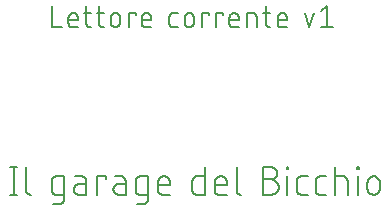
<source format=gbr>
G04 EAGLE Gerber RS-274X export*
G75*
%MOMM*%
%FSLAX34Y34*%
%LPD*%
%INSilkscreen Bottom*%
%IPPOS*%
%AMOC8*
5,1,8,0,0,1.08239X$1,22.5*%
G01*
%ADD10C,0.203200*%
%ADD11C,0.152400*%


D10*
X478592Y87884D02*
X478592Y64516D01*
X475996Y64516D02*
X481189Y64516D01*
X481189Y87884D02*
X475996Y87884D01*
X489217Y87884D02*
X489217Y68411D01*
X489216Y68411D02*
X489218Y68289D01*
X489224Y68166D01*
X489233Y68044D01*
X489247Y67923D01*
X489264Y67802D01*
X489285Y67681D01*
X489310Y67561D01*
X489338Y67442D01*
X489371Y67324D01*
X489407Y67207D01*
X489446Y67092D01*
X489490Y66977D01*
X489536Y66864D01*
X489587Y66753D01*
X489641Y66643D01*
X489698Y66535D01*
X489758Y66428D01*
X489822Y66324D01*
X489890Y66222D01*
X489960Y66122D01*
X490033Y66024D01*
X490110Y65928D01*
X490189Y65835D01*
X490272Y65745D01*
X490357Y65657D01*
X490445Y65572D01*
X490535Y65489D01*
X490628Y65410D01*
X490724Y65333D01*
X490822Y65260D01*
X490922Y65190D01*
X491024Y65122D01*
X491128Y65058D01*
X491235Y64998D01*
X491343Y64941D01*
X491453Y64887D01*
X491564Y64836D01*
X491677Y64790D01*
X491792Y64746D01*
X491907Y64707D01*
X492024Y64671D01*
X492142Y64638D01*
X492261Y64610D01*
X492381Y64585D01*
X492502Y64564D01*
X492623Y64547D01*
X492744Y64533D01*
X492866Y64524D01*
X492989Y64518D01*
X493111Y64516D01*
X514825Y64516D02*
X521316Y64516D01*
X514825Y64516D02*
X514703Y64518D01*
X514580Y64524D01*
X514458Y64533D01*
X514337Y64547D01*
X514216Y64564D01*
X514095Y64585D01*
X513975Y64610D01*
X513856Y64638D01*
X513738Y64671D01*
X513621Y64707D01*
X513506Y64746D01*
X513391Y64790D01*
X513278Y64836D01*
X513167Y64887D01*
X513057Y64941D01*
X512949Y64998D01*
X512842Y65058D01*
X512738Y65122D01*
X512636Y65190D01*
X512536Y65260D01*
X512438Y65333D01*
X512342Y65410D01*
X512249Y65489D01*
X512159Y65572D01*
X512071Y65657D01*
X511986Y65745D01*
X511903Y65835D01*
X511824Y65928D01*
X511747Y66024D01*
X511674Y66122D01*
X511604Y66222D01*
X511536Y66324D01*
X511472Y66428D01*
X511412Y66535D01*
X511355Y66643D01*
X511301Y66753D01*
X511250Y66864D01*
X511204Y66977D01*
X511160Y67092D01*
X511121Y67207D01*
X511085Y67324D01*
X511052Y67442D01*
X511024Y67561D01*
X510999Y67681D01*
X510978Y67802D01*
X510961Y67923D01*
X510947Y68044D01*
X510938Y68166D01*
X510932Y68289D01*
X510930Y68411D01*
X510930Y76200D01*
X510932Y76322D01*
X510938Y76445D01*
X510947Y76567D01*
X510961Y76688D01*
X510978Y76809D01*
X510999Y76930D01*
X511024Y77050D01*
X511052Y77169D01*
X511085Y77287D01*
X511121Y77404D01*
X511160Y77519D01*
X511204Y77634D01*
X511250Y77747D01*
X511301Y77858D01*
X511355Y77968D01*
X511412Y78076D01*
X511472Y78183D01*
X511536Y78287D01*
X511604Y78389D01*
X511674Y78489D01*
X511747Y78587D01*
X511824Y78683D01*
X511903Y78776D01*
X511986Y78866D01*
X512071Y78954D01*
X512159Y79039D01*
X512249Y79122D01*
X512342Y79201D01*
X512438Y79278D01*
X512536Y79351D01*
X512636Y79421D01*
X512738Y79489D01*
X512842Y79553D01*
X512949Y79613D01*
X513057Y79670D01*
X513167Y79724D01*
X513278Y79775D01*
X513391Y79821D01*
X513506Y79865D01*
X513621Y79904D01*
X513738Y79940D01*
X513856Y79973D01*
X513975Y80001D01*
X514095Y80026D01*
X514216Y80047D01*
X514337Y80064D01*
X514458Y80078D01*
X514580Y80087D01*
X514703Y80093D01*
X514825Y80095D01*
X521316Y80095D01*
X521316Y60621D01*
X521314Y60499D01*
X521308Y60376D01*
X521299Y60254D01*
X521285Y60133D01*
X521268Y60012D01*
X521247Y59891D01*
X521222Y59771D01*
X521194Y59652D01*
X521161Y59534D01*
X521125Y59417D01*
X521086Y59302D01*
X521042Y59187D01*
X520996Y59074D01*
X520945Y58963D01*
X520891Y58853D01*
X520834Y58745D01*
X520774Y58638D01*
X520710Y58534D01*
X520642Y58432D01*
X520572Y58332D01*
X520499Y58234D01*
X520422Y58138D01*
X520343Y58045D01*
X520260Y57955D01*
X520175Y57867D01*
X520087Y57782D01*
X519997Y57699D01*
X519904Y57620D01*
X519808Y57543D01*
X519710Y57470D01*
X519610Y57400D01*
X519508Y57332D01*
X519404Y57268D01*
X519297Y57208D01*
X519189Y57151D01*
X519079Y57097D01*
X518968Y57046D01*
X518855Y57000D01*
X518740Y56956D01*
X518625Y56917D01*
X518508Y56881D01*
X518390Y56848D01*
X518271Y56820D01*
X518151Y56795D01*
X518030Y56774D01*
X517909Y56757D01*
X517788Y56743D01*
X517666Y56734D01*
X517543Y56728D01*
X517421Y56726D01*
X517421Y56727D02*
X512229Y56727D01*
X534265Y73604D02*
X540107Y73604D01*
X534265Y73604D02*
X534132Y73602D01*
X533998Y73596D01*
X533865Y73586D01*
X533733Y73573D01*
X533600Y73555D01*
X533469Y73534D01*
X533338Y73508D01*
X533207Y73479D01*
X533078Y73446D01*
X532950Y73410D01*
X532823Y73369D01*
X532697Y73325D01*
X532572Y73277D01*
X532449Y73225D01*
X532328Y73170D01*
X532208Y73112D01*
X532090Y73050D01*
X531974Y72984D01*
X531860Y72915D01*
X531747Y72843D01*
X531637Y72767D01*
X531530Y72689D01*
X531424Y72607D01*
X531322Y72522D01*
X531221Y72434D01*
X531123Y72343D01*
X531028Y72249D01*
X530936Y72153D01*
X530847Y72054D01*
X530760Y71952D01*
X530677Y71848D01*
X530597Y71742D01*
X530520Y71633D01*
X530446Y71522D01*
X530375Y71409D01*
X530308Y71293D01*
X530244Y71176D01*
X530183Y71057D01*
X530127Y70937D01*
X530073Y70814D01*
X530024Y70690D01*
X529978Y70565D01*
X529935Y70439D01*
X529897Y70311D01*
X529862Y70182D01*
X529831Y70053D01*
X529803Y69922D01*
X529780Y69791D01*
X529761Y69659D01*
X529745Y69526D01*
X529733Y69393D01*
X529725Y69260D01*
X529721Y69127D01*
X529721Y68993D01*
X529725Y68860D01*
X529733Y68727D01*
X529745Y68594D01*
X529761Y68461D01*
X529780Y68329D01*
X529803Y68198D01*
X529831Y68067D01*
X529862Y67938D01*
X529897Y67809D01*
X529935Y67681D01*
X529978Y67555D01*
X530024Y67430D01*
X530073Y67306D01*
X530127Y67183D01*
X530183Y67063D01*
X530244Y66944D01*
X530308Y66827D01*
X530375Y66711D01*
X530446Y66598D01*
X530520Y66487D01*
X530597Y66378D01*
X530677Y66272D01*
X530760Y66168D01*
X530847Y66066D01*
X530936Y65967D01*
X531028Y65871D01*
X531123Y65777D01*
X531221Y65686D01*
X531322Y65598D01*
X531424Y65513D01*
X531530Y65431D01*
X531637Y65353D01*
X531747Y65277D01*
X531860Y65205D01*
X531974Y65136D01*
X532090Y65070D01*
X532208Y65008D01*
X532328Y64950D01*
X532449Y64895D01*
X532572Y64843D01*
X532697Y64795D01*
X532823Y64751D01*
X532950Y64710D01*
X533078Y64674D01*
X533207Y64641D01*
X533338Y64612D01*
X533469Y64586D01*
X533600Y64565D01*
X533733Y64547D01*
X533865Y64534D01*
X533998Y64524D01*
X534132Y64518D01*
X534265Y64516D01*
X540107Y64516D01*
X540107Y76200D01*
X540105Y76322D01*
X540099Y76445D01*
X540090Y76567D01*
X540076Y76688D01*
X540059Y76809D01*
X540038Y76930D01*
X540013Y77050D01*
X539985Y77169D01*
X539952Y77287D01*
X539916Y77404D01*
X539877Y77519D01*
X539833Y77634D01*
X539787Y77747D01*
X539736Y77858D01*
X539682Y77968D01*
X539625Y78076D01*
X539565Y78183D01*
X539501Y78287D01*
X539433Y78389D01*
X539363Y78489D01*
X539290Y78587D01*
X539213Y78683D01*
X539134Y78776D01*
X539051Y78866D01*
X538966Y78954D01*
X538878Y79039D01*
X538788Y79122D01*
X538695Y79201D01*
X538599Y79278D01*
X538501Y79351D01*
X538401Y79421D01*
X538299Y79489D01*
X538195Y79553D01*
X538088Y79613D01*
X537980Y79670D01*
X537870Y79724D01*
X537759Y79775D01*
X537646Y79821D01*
X537531Y79865D01*
X537416Y79904D01*
X537299Y79940D01*
X537181Y79973D01*
X537062Y80001D01*
X536942Y80026D01*
X536821Y80047D01*
X536700Y80064D01*
X536579Y80078D01*
X536457Y80087D01*
X536334Y80093D01*
X536212Y80095D01*
X531019Y80095D01*
X549323Y80095D02*
X549323Y64516D01*
X549323Y80095D02*
X557112Y80095D01*
X557112Y77498D01*
X567671Y73604D02*
X573513Y73604D01*
X567671Y73604D02*
X567538Y73602D01*
X567404Y73596D01*
X567271Y73586D01*
X567139Y73573D01*
X567006Y73555D01*
X566875Y73534D01*
X566744Y73508D01*
X566613Y73479D01*
X566484Y73446D01*
X566356Y73410D01*
X566229Y73369D01*
X566103Y73325D01*
X565978Y73277D01*
X565855Y73225D01*
X565734Y73170D01*
X565614Y73112D01*
X565496Y73050D01*
X565380Y72984D01*
X565266Y72915D01*
X565153Y72843D01*
X565043Y72767D01*
X564936Y72689D01*
X564830Y72607D01*
X564728Y72522D01*
X564627Y72434D01*
X564529Y72343D01*
X564434Y72249D01*
X564342Y72153D01*
X564253Y72054D01*
X564166Y71952D01*
X564083Y71848D01*
X564003Y71742D01*
X563926Y71633D01*
X563852Y71522D01*
X563781Y71409D01*
X563714Y71293D01*
X563650Y71176D01*
X563589Y71057D01*
X563533Y70937D01*
X563479Y70814D01*
X563430Y70690D01*
X563384Y70565D01*
X563341Y70439D01*
X563303Y70311D01*
X563268Y70182D01*
X563237Y70053D01*
X563209Y69922D01*
X563186Y69791D01*
X563167Y69659D01*
X563151Y69526D01*
X563139Y69393D01*
X563131Y69260D01*
X563127Y69127D01*
X563127Y68993D01*
X563131Y68860D01*
X563139Y68727D01*
X563151Y68594D01*
X563167Y68461D01*
X563186Y68329D01*
X563209Y68198D01*
X563237Y68067D01*
X563268Y67938D01*
X563303Y67809D01*
X563341Y67681D01*
X563384Y67555D01*
X563430Y67430D01*
X563479Y67306D01*
X563533Y67183D01*
X563589Y67063D01*
X563650Y66944D01*
X563714Y66827D01*
X563781Y66711D01*
X563852Y66598D01*
X563926Y66487D01*
X564003Y66378D01*
X564083Y66272D01*
X564166Y66168D01*
X564253Y66066D01*
X564342Y65967D01*
X564434Y65871D01*
X564529Y65777D01*
X564627Y65686D01*
X564728Y65598D01*
X564830Y65513D01*
X564936Y65431D01*
X565043Y65353D01*
X565153Y65277D01*
X565266Y65205D01*
X565380Y65136D01*
X565496Y65070D01*
X565614Y65008D01*
X565734Y64950D01*
X565855Y64895D01*
X565978Y64843D01*
X566103Y64795D01*
X566229Y64751D01*
X566356Y64710D01*
X566484Y64674D01*
X566613Y64641D01*
X566744Y64612D01*
X566875Y64586D01*
X567006Y64565D01*
X567139Y64547D01*
X567271Y64534D01*
X567404Y64524D01*
X567538Y64518D01*
X567671Y64516D01*
X573513Y64516D01*
X573513Y76200D01*
X573511Y76322D01*
X573505Y76445D01*
X573496Y76567D01*
X573482Y76688D01*
X573465Y76809D01*
X573444Y76930D01*
X573419Y77050D01*
X573391Y77169D01*
X573358Y77287D01*
X573322Y77404D01*
X573283Y77519D01*
X573239Y77634D01*
X573193Y77747D01*
X573142Y77858D01*
X573088Y77968D01*
X573031Y78076D01*
X572971Y78183D01*
X572907Y78287D01*
X572839Y78389D01*
X572769Y78489D01*
X572696Y78587D01*
X572619Y78683D01*
X572540Y78776D01*
X572457Y78866D01*
X572372Y78954D01*
X572284Y79039D01*
X572194Y79122D01*
X572101Y79201D01*
X572005Y79278D01*
X571907Y79351D01*
X571807Y79421D01*
X571705Y79489D01*
X571601Y79553D01*
X571494Y79613D01*
X571386Y79670D01*
X571276Y79724D01*
X571165Y79775D01*
X571052Y79821D01*
X570937Y79865D01*
X570822Y79904D01*
X570705Y79940D01*
X570587Y79973D01*
X570468Y80001D01*
X570348Y80026D01*
X570227Y80047D01*
X570106Y80064D01*
X569985Y80078D01*
X569863Y80087D01*
X569740Y80093D01*
X569618Y80095D01*
X564425Y80095D01*
X585813Y64516D02*
X592304Y64516D01*
X585813Y64516D02*
X585691Y64518D01*
X585568Y64524D01*
X585446Y64533D01*
X585325Y64547D01*
X585204Y64564D01*
X585083Y64585D01*
X584963Y64610D01*
X584844Y64638D01*
X584726Y64671D01*
X584609Y64707D01*
X584494Y64746D01*
X584379Y64790D01*
X584266Y64836D01*
X584155Y64887D01*
X584045Y64941D01*
X583937Y64998D01*
X583830Y65058D01*
X583726Y65122D01*
X583624Y65190D01*
X583524Y65260D01*
X583426Y65333D01*
X583330Y65410D01*
X583237Y65489D01*
X583147Y65572D01*
X583059Y65657D01*
X582974Y65745D01*
X582891Y65835D01*
X582812Y65928D01*
X582735Y66024D01*
X582662Y66122D01*
X582592Y66222D01*
X582524Y66324D01*
X582460Y66428D01*
X582400Y66535D01*
X582343Y66643D01*
X582289Y66753D01*
X582238Y66864D01*
X582192Y66977D01*
X582148Y67092D01*
X582109Y67207D01*
X582073Y67324D01*
X582040Y67442D01*
X582012Y67561D01*
X581987Y67681D01*
X581966Y67802D01*
X581949Y67923D01*
X581935Y68044D01*
X581926Y68166D01*
X581920Y68289D01*
X581918Y68411D01*
X581918Y76200D01*
X581920Y76322D01*
X581926Y76445D01*
X581935Y76567D01*
X581949Y76688D01*
X581966Y76809D01*
X581987Y76930D01*
X582012Y77050D01*
X582040Y77169D01*
X582073Y77287D01*
X582109Y77404D01*
X582148Y77519D01*
X582192Y77634D01*
X582238Y77747D01*
X582289Y77858D01*
X582343Y77968D01*
X582400Y78076D01*
X582460Y78183D01*
X582524Y78287D01*
X582592Y78389D01*
X582662Y78489D01*
X582735Y78587D01*
X582812Y78683D01*
X582891Y78776D01*
X582974Y78866D01*
X583059Y78954D01*
X583147Y79039D01*
X583237Y79122D01*
X583330Y79201D01*
X583426Y79278D01*
X583524Y79351D01*
X583624Y79421D01*
X583726Y79489D01*
X583830Y79553D01*
X583937Y79613D01*
X584045Y79670D01*
X584155Y79724D01*
X584266Y79775D01*
X584379Y79821D01*
X584494Y79865D01*
X584609Y79904D01*
X584726Y79940D01*
X584844Y79973D01*
X584963Y80001D01*
X585083Y80026D01*
X585204Y80047D01*
X585325Y80064D01*
X585446Y80078D01*
X585568Y80087D01*
X585691Y80093D01*
X585813Y80095D01*
X592304Y80095D01*
X592304Y60621D01*
X592302Y60499D01*
X592296Y60376D01*
X592287Y60254D01*
X592273Y60133D01*
X592256Y60012D01*
X592235Y59891D01*
X592210Y59771D01*
X592182Y59652D01*
X592149Y59534D01*
X592113Y59417D01*
X592074Y59302D01*
X592030Y59187D01*
X591984Y59074D01*
X591933Y58963D01*
X591879Y58853D01*
X591822Y58745D01*
X591762Y58638D01*
X591698Y58534D01*
X591630Y58432D01*
X591560Y58332D01*
X591487Y58234D01*
X591410Y58138D01*
X591331Y58045D01*
X591248Y57955D01*
X591163Y57867D01*
X591075Y57782D01*
X590985Y57699D01*
X590892Y57620D01*
X590796Y57543D01*
X590698Y57470D01*
X590598Y57400D01*
X590496Y57332D01*
X590392Y57268D01*
X590285Y57208D01*
X590177Y57151D01*
X590067Y57097D01*
X589956Y57046D01*
X589843Y57000D01*
X589728Y56956D01*
X589613Y56917D01*
X589496Y56881D01*
X589378Y56848D01*
X589259Y56820D01*
X589139Y56795D01*
X589018Y56774D01*
X588897Y56757D01*
X588776Y56743D01*
X588654Y56734D01*
X588531Y56728D01*
X588409Y56726D01*
X588409Y56727D02*
X583216Y56727D01*
X604655Y64516D02*
X611146Y64516D01*
X604655Y64516D02*
X604533Y64518D01*
X604410Y64524D01*
X604288Y64533D01*
X604167Y64547D01*
X604046Y64564D01*
X603925Y64585D01*
X603805Y64610D01*
X603686Y64638D01*
X603568Y64671D01*
X603451Y64707D01*
X603336Y64746D01*
X603221Y64790D01*
X603108Y64836D01*
X602997Y64887D01*
X602887Y64941D01*
X602779Y64998D01*
X602672Y65058D01*
X602568Y65122D01*
X602466Y65190D01*
X602366Y65260D01*
X602268Y65333D01*
X602172Y65410D01*
X602079Y65489D01*
X601989Y65572D01*
X601901Y65657D01*
X601816Y65745D01*
X601733Y65835D01*
X601654Y65928D01*
X601577Y66024D01*
X601504Y66122D01*
X601434Y66222D01*
X601366Y66324D01*
X601302Y66428D01*
X601242Y66535D01*
X601185Y66643D01*
X601131Y66753D01*
X601080Y66864D01*
X601034Y66977D01*
X600990Y67092D01*
X600951Y67207D01*
X600915Y67324D01*
X600882Y67442D01*
X600854Y67561D01*
X600829Y67681D01*
X600808Y67802D01*
X600791Y67923D01*
X600777Y68044D01*
X600768Y68166D01*
X600762Y68289D01*
X600760Y68411D01*
X600760Y74902D01*
X600762Y75045D01*
X600768Y75188D01*
X600778Y75331D01*
X600792Y75473D01*
X600809Y75615D01*
X600831Y75757D01*
X600856Y75898D01*
X600886Y76038D01*
X600919Y76177D01*
X600956Y76315D01*
X600997Y76452D01*
X601041Y76588D01*
X601090Y76723D01*
X601142Y76856D01*
X601197Y76988D01*
X601257Y77118D01*
X601320Y77247D01*
X601386Y77374D01*
X601456Y77499D01*
X601529Y77621D01*
X601606Y77742D01*
X601686Y77861D01*
X601769Y77977D01*
X601855Y78092D01*
X601944Y78203D01*
X602037Y78313D01*
X602132Y78419D01*
X602231Y78523D01*
X602332Y78624D01*
X602436Y78723D01*
X602542Y78818D01*
X602652Y78911D01*
X602763Y79000D01*
X602878Y79086D01*
X602994Y79169D01*
X603113Y79249D01*
X603234Y79326D01*
X603357Y79399D01*
X603481Y79469D01*
X603608Y79535D01*
X603737Y79598D01*
X603867Y79658D01*
X603999Y79713D01*
X604132Y79765D01*
X604267Y79814D01*
X604403Y79858D01*
X604540Y79899D01*
X604678Y79936D01*
X604817Y79969D01*
X604957Y79999D01*
X605098Y80024D01*
X605240Y80046D01*
X605382Y80063D01*
X605524Y80077D01*
X605667Y80087D01*
X605810Y80093D01*
X605953Y80095D01*
X606096Y80093D01*
X606239Y80087D01*
X606382Y80077D01*
X606524Y80063D01*
X606666Y80046D01*
X606808Y80024D01*
X606949Y79999D01*
X607089Y79969D01*
X607228Y79936D01*
X607366Y79899D01*
X607503Y79858D01*
X607639Y79814D01*
X607774Y79765D01*
X607907Y79713D01*
X608039Y79658D01*
X608169Y79598D01*
X608298Y79535D01*
X608425Y79469D01*
X608550Y79399D01*
X608672Y79326D01*
X608793Y79249D01*
X608912Y79169D01*
X609028Y79086D01*
X609143Y79000D01*
X609254Y78911D01*
X609364Y78818D01*
X609470Y78723D01*
X609574Y78624D01*
X609675Y78523D01*
X609774Y78419D01*
X609869Y78313D01*
X609962Y78203D01*
X610051Y78092D01*
X610137Y77977D01*
X610220Y77861D01*
X610300Y77742D01*
X610377Y77621D01*
X610450Y77499D01*
X610520Y77374D01*
X610586Y77247D01*
X610649Y77118D01*
X610709Y76988D01*
X610764Y76856D01*
X610816Y76723D01*
X610865Y76588D01*
X610909Y76452D01*
X610950Y76315D01*
X610987Y76177D01*
X611020Y76038D01*
X611050Y75898D01*
X611075Y75757D01*
X611097Y75615D01*
X611114Y75473D01*
X611128Y75331D01*
X611138Y75188D01*
X611144Y75045D01*
X611146Y74902D01*
X611146Y72305D01*
X600760Y72305D01*
X640325Y64516D02*
X640325Y87884D01*
X640325Y64516D02*
X633834Y64516D01*
X633712Y64518D01*
X633589Y64524D01*
X633467Y64533D01*
X633346Y64547D01*
X633225Y64564D01*
X633104Y64585D01*
X632984Y64610D01*
X632865Y64638D01*
X632747Y64671D01*
X632630Y64707D01*
X632515Y64746D01*
X632400Y64790D01*
X632287Y64836D01*
X632176Y64887D01*
X632066Y64941D01*
X631958Y64998D01*
X631851Y65058D01*
X631747Y65122D01*
X631645Y65190D01*
X631545Y65260D01*
X631447Y65333D01*
X631351Y65410D01*
X631258Y65489D01*
X631168Y65572D01*
X631080Y65657D01*
X630995Y65745D01*
X630912Y65835D01*
X630833Y65928D01*
X630756Y66024D01*
X630683Y66122D01*
X630613Y66222D01*
X630545Y66324D01*
X630481Y66428D01*
X630421Y66535D01*
X630364Y66643D01*
X630310Y66753D01*
X630259Y66864D01*
X630213Y66977D01*
X630169Y67092D01*
X630130Y67207D01*
X630094Y67324D01*
X630061Y67442D01*
X630033Y67561D01*
X630008Y67681D01*
X629987Y67802D01*
X629970Y67923D01*
X629956Y68044D01*
X629947Y68166D01*
X629941Y68289D01*
X629939Y68411D01*
X629939Y76200D01*
X629941Y76322D01*
X629947Y76445D01*
X629956Y76567D01*
X629970Y76688D01*
X629987Y76809D01*
X630008Y76930D01*
X630033Y77050D01*
X630061Y77169D01*
X630094Y77287D01*
X630130Y77404D01*
X630169Y77519D01*
X630213Y77634D01*
X630259Y77747D01*
X630310Y77858D01*
X630364Y77968D01*
X630421Y78076D01*
X630481Y78183D01*
X630545Y78287D01*
X630613Y78389D01*
X630683Y78489D01*
X630756Y78587D01*
X630833Y78683D01*
X630912Y78776D01*
X630995Y78866D01*
X631080Y78954D01*
X631168Y79039D01*
X631258Y79122D01*
X631351Y79201D01*
X631447Y79278D01*
X631545Y79351D01*
X631645Y79421D01*
X631747Y79489D01*
X631851Y79553D01*
X631958Y79613D01*
X632066Y79670D01*
X632176Y79724D01*
X632287Y79775D01*
X632400Y79821D01*
X632515Y79865D01*
X632630Y79904D01*
X632747Y79940D01*
X632865Y79973D01*
X632984Y80001D01*
X633104Y80026D01*
X633225Y80047D01*
X633346Y80064D01*
X633467Y80078D01*
X633589Y80087D01*
X633712Y80093D01*
X633834Y80095D01*
X640325Y80095D01*
X652676Y64516D02*
X659167Y64516D01*
X652676Y64516D02*
X652554Y64518D01*
X652431Y64524D01*
X652309Y64533D01*
X652188Y64547D01*
X652067Y64564D01*
X651946Y64585D01*
X651826Y64610D01*
X651707Y64638D01*
X651589Y64671D01*
X651472Y64707D01*
X651357Y64746D01*
X651242Y64790D01*
X651129Y64836D01*
X651018Y64887D01*
X650908Y64941D01*
X650800Y64998D01*
X650693Y65058D01*
X650589Y65122D01*
X650487Y65190D01*
X650387Y65260D01*
X650289Y65333D01*
X650193Y65410D01*
X650100Y65489D01*
X650010Y65572D01*
X649922Y65657D01*
X649837Y65745D01*
X649754Y65835D01*
X649675Y65928D01*
X649598Y66024D01*
X649525Y66122D01*
X649455Y66222D01*
X649387Y66324D01*
X649323Y66428D01*
X649263Y66535D01*
X649206Y66643D01*
X649152Y66753D01*
X649101Y66864D01*
X649055Y66977D01*
X649011Y67092D01*
X648972Y67207D01*
X648936Y67324D01*
X648903Y67442D01*
X648875Y67561D01*
X648850Y67681D01*
X648829Y67802D01*
X648812Y67923D01*
X648798Y68044D01*
X648789Y68166D01*
X648783Y68289D01*
X648781Y68411D01*
X648781Y74902D01*
X648783Y75045D01*
X648789Y75188D01*
X648799Y75331D01*
X648813Y75473D01*
X648830Y75615D01*
X648852Y75757D01*
X648877Y75898D01*
X648907Y76038D01*
X648940Y76177D01*
X648977Y76315D01*
X649018Y76452D01*
X649062Y76588D01*
X649111Y76723D01*
X649163Y76856D01*
X649218Y76988D01*
X649278Y77118D01*
X649341Y77247D01*
X649407Y77374D01*
X649477Y77499D01*
X649550Y77621D01*
X649627Y77742D01*
X649707Y77861D01*
X649790Y77977D01*
X649876Y78092D01*
X649965Y78203D01*
X650058Y78313D01*
X650153Y78419D01*
X650252Y78523D01*
X650353Y78624D01*
X650457Y78723D01*
X650563Y78818D01*
X650673Y78911D01*
X650784Y79000D01*
X650899Y79086D01*
X651015Y79169D01*
X651134Y79249D01*
X651255Y79326D01*
X651378Y79399D01*
X651502Y79469D01*
X651629Y79535D01*
X651758Y79598D01*
X651888Y79658D01*
X652020Y79713D01*
X652153Y79765D01*
X652288Y79814D01*
X652424Y79858D01*
X652561Y79899D01*
X652699Y79936D01*
X652838Y79969D01*
X652978Y79999D01*
X653119Y80024D01*
X653261Y80046D01*
X653403Y80063D01*
X653545Y80077D01*
X653688Y80087D01*
X653831Y80093D01*
X653974Y80095D01*
X654117Y80093D01*
X654260Y80087D01*
X654403Y80077D01*
X654545Y80063D01*
X654687Y80046D01*
X654829Y80024D01*
X654970Y79999D01*
X655110Y79969D01*
X655249Y79936D01*
X655387Y79899D01*
X655524Y79858D01*
X655660Y79814D01*
X655795Y79765D01*
X655928Y79713D01*
X656060Y79658D01*
X656190Y79598D01*
X656319Y79535D01*
X656446Y79469D01*
X656571Y79399D01*
X656693Y79326D01*
X656814Y79249D01*
X656933Y79169D01*
X657049Y79086D01*
X657164Y79000D01*
X657275Y78911D01*
X657385Y78818D01*
X657491Y78723D01*
X657595Y78624D01*
X657696Y78523D01*
X657795Y78419D01*
X657890Y78313D01*
X657983Y78203D01*
X658072Y78092D01*
X658158Y77977D01*
X658241Y77861D01*
X658321Y77742D01*
X658398Y77621D01*
X658471Y77499D01*
X658541Y77374D01*
X658607Y77247D01*
X658670Y77118D01*
X658730Y76988D01*
X658785Y76856D01*
X658837Y76723D01*
X658886Y76588D01*
X658930Y76452D01*
X658971Y76315D01*
X659008Y76177D01*
X659041Y76038D01*
X659071Y75898D01*
X659096Y75757D01*
X659118Y75615D01*
X659135Y75473D01*
X659149Y75331D01*
X659159Y75188D01*
X659165Y75045D01*
X659167Y74902D01*
X659167Y72305D01*
X648781Y72305D01*
X667382Y68411D02*
X667382Y87884D01*
X667382Y68411D02*
X667384Y68289D01*
X667390Y68166D01*
X667399Y68044D01*
X667413Y67923D01*
X667430Y67802D01*
X667451Y67681D01*
X667476Y67561D01*
X667504Y67442D01*
X667537Y67324D01*
X667573Y67207D01*
X667612Y67092D01*
X667656Y66977D01*
X667702Y66864D01*
X667753Y66753D01*
X667807Y66643D01*
X667864Y66535D01*
X667924Y66428D01*
X667988Y66324D01*
X668056Y66222D01*
X668126Y66122D01*
X668199Y66024D01*
X668276Y65928D01*
X668355Y65835D01*
X668438Y65745D01*
X668523Y65657D01*
X668611Y65572D01*
X668701Y65489D01*
X668794Y65410D01*
X668890Y65333D01*
X668988Y65260D01*
X669088Y65190D01*
X669190Y65122D01*
X669294Y65058D01*
X669401Y64998D01*
X669509Y64941D01*
X669619Y64887D01*
X669730Y64836D01*
X669843Y64790D01*
X669958Y64746D01*
X670073Y64707D01*
X670190Y64671D01*
X670308Y64638D01*
X670427Y64610D01*
X670547Y64585D01*
X670668Y64564D01*
X670789Y64547D01*
X670910Y64533D01*
X671032Y64524D01*
X671155Y64518D01*
X671277Y64516D01*
X690084Y77498D02*
X696575Y77498D01*
X696734Y77496D01*
X696893Y77490D01*
X697053Y77480D01*
X697211Y77467D01*
X697370Y77449D01*
X697527Y77428D01*
X697685Y77402D01*
X697841Y77373D01*
X697997Y77340D01*
X698152Y77303D01*
X698306Y77263D01*
X698459Y77218D01*
X698611Y77170D01*
X698762Y77119D01*
X698911Y77063D01*
X699059Y77004D01*
X699205Y76941D01*
X699350Y76875D01*
X699493Y76805D01*
X699635Y76732D01*
X699774Y76655D01*
X699912Y76575D01*
X700048Y76491D01*
X700181Y76404D01*
X700313Y76314D01*
X700442Y76221D01*
X700568Y76124D01*
X700693Y76025D01*
X700815Y75922D01*
X700934Y75817D01*
X701051Y75708D01*
X701165Y75597D01*
X701276Y75483D01*
X701385Y75366D01*
X701490Y75247D01*
X701593Y75125D01*
X701692Y75000D01*
X701789Y74874D01*
X701882Y74745D01*
X701972Y74613D01*
X702059Y74480D01*
X702143Y74344D01*
X702223Y74206D01*
X702300Y74067D01*
X702373Y73925D01*
X702443Y73782D01*
X702509Y73637D01*
X702572Y73491D01*
X702631Y73343D01*
X702687Y73194D01*
X702738Y73043D01*
X702786Y72891D01*
X702831Y72738D01*
X702871Y72584D01*
X702908Y72429D01*
X702941Y72273D01*
X702970Y72117D01*
X702996Y71959D01*
X703017Y71802D01*
X703035Y71643D01*
X703048Y71485D01*
X703058Y71325D01*
X703064Y71166D01*
X703066Y71007D01*
X703064Y70848D01*
X703058Y70689D01*
X703048Y70529D01*
X703035Y70371D01*
X703017Y70212D01*
X702996Y70055D01*
X702970Y69897D01*
X702941Y69741D01*
X702908Y69585D01*
X702871Y69430D01*
X702831Y69276D01*
X702786Y69123D01*
X702738Y68971D01*
X702687Y68820D01*
X702631Y68671D01*
X702572Y68523D01*
X702509Y68377D01*
X702443Y68232D01*
X702373Y68089D01*
X702300Y67947D01*
X702223Y67808D01*
X702143Y67670D01*
X702059Y67534D01*
X701972Y67401D01*
X701882Y67269D01*
X701789Y67140D01*
X701692Y67014D01*
X701593Y66889D01*
X701490Y66767D01*
X701385Y66648D01*
X701276Y66531D01*
X701165Y66417D01*
X701051Y66306D01*
X700934Y66197D01*
X700815Y66092D01*
X700693Y65989D01*
X700568Y65890D01*
X700442Y65793D01*
X700313Y65700D01*
X700181Y65610D01*
X700048Y65523D01*
X699912Y65439D01*
X699774Y65359D01*
X699635Y65282D01*
X699493Y65209D01*
X699350Y65139D01*
X699205Y65073D01*
X699059Y65010D01*
X698911Y64951D01*
X698762Y64895D01*
X698611Y64844D01*
X698459Y64796D01*
X698306Y64751D01*
X698152Y64711D01*
X697997Y64674D01*
X697841Y64641D01*
X697685Y64612D01*
X697527Y64586D01*
X697370Y64565D01*
X697211Y64547D01*
X697053Y64534D01*
X696893Y64524D01*
X696734Y64518D01*
X696575Y64516D01*
X690084Y64516D01*
X690084Y87884D01*
X696575Y87884D01*
X696718Y87882D01*
X696861Y87876D01*
X697004Y87866D01*
X697146Y87852D01*
X697288Y87835D01*
X697430Y87813D01*
X697571Y87788D01*
X697711Y87758D01*
X697850Y87725D01*
X697988Y87688D01*
X698125Y87647D01*
X698261Y87603D01*
X698396Y87554D01*
X698529Y87502D01*
X698661Y87447D01*
X698791Y87387D01*
X698920Y87324D01*
X699047Y87258D01*
X699172Y87188D01*
X699294Y87115D01*
X699415Y87038D01*
X699534Y86958D01*
X699650Y86875D01*
X699765Y86789D01*
X699876Y86700D01*
X699986Y86607D01*
X700092Y86512D01*
X700196Y86413D01*
X700297Y86312D01*
X700396Y86208D01*
X700491Y86102D01*
X700584Y85992D01*
X700673Y85881D01*
X700759Y85766D01*
X700842Y85650D01*
X700922Y85531D01*
X700999Y85410D01*
X701072Y85287D01*
X701142Y85163D01*
X701208Y85036D01*
X701271Y84907D01*
X701331Y84777D01*
X701386Y84645D01*
X701438Y84512D01*
X701487Y84377D01*
X701531Y84241D01*
X701572Y84104D01*
X701609Y83966D01*
X701642Y83827D01*
X701672Y83687D01*
X701697Y83546D01*
X701719Y83404D01*
X701736Y83262D01*
X701750Y83120D01*
X701760Y82977D01*
X701766Y82834D01*
X701768Y82691D01*
X701766Y82548D01*
X701760Y82405D01*
X701750Y82262D01*
X701736Y82120D01*
X701719Y81978D01*
X701697Y81836D01*
X701672Y81695D01*
X701642Y81555D01*
X701609Y81416D01*
X701572Y81278D01*
X701531Y81141D01*
X701487Y81005D01*
X701438Y80870D01*
X701386Y80737D01*
X701331Y80605D01*
X701271Y80475D01*
X701208Y80346D01*
X701142Y80219D01*
X701072Y80094D01*
X700999Y79972D01*
X700922Y79851D01*
X700842Y79732D01*
X700759Y79616D01*
X700673Y79501D01*
X700584Y79390D01*
X700491Y79280D01*
X700396Y79174D01*
X700297Y79070D01*
X700196Y78969D01*
X700092Y78870D01*
X699986Y78775D01*
X699876Y78682D01*
X699765Y78593D01*
X699650Y78507D01*
X699534Y78424D01*
X699415Y78344D01*
X699294Y78267D01*
X699172Y78194D01*
X699047Y78124D01*
X698920Y78058D01*
X698791Y77995D01*
X698661Y77935D01*
X698529Y77880D01*
X698396Y77828D01*
X698261Y77779D01*
X698125Y77735D01*
X697988Y77694D01*
X697850Y77657D01*
X697711Y77624D01*
X697571Y77594D01*
X697430Y77569D01*
X697288Y77547D01*
X697146Y77530D01*
X697004Y77516D01*
X696861Y77506D01*
X696718Y77500D01*
X696575Y77498D01*
X710346Y80095D02*
X710346Y64516D01*
X709697Y86586D02*
X709697Y87884D01*
X710996Y87884D01*
X710996Y86586D01*
X709697Y86586D01*
X722286Y64516D02*
X727479Y64516D01*
X722286Y64516D02*
X722164Y64518D01*
X722041Y64524D01*
X721919Y64533D01*
X721798Y64547D01*
X721677Y64564D01*
X721556Y64585D01*
X721436Y64610D01*
X721317Y64638D01*
X721199Y64671D01*
X721082Y64707D01*
X720967Y64746D01*
X720852Y64790D01*
X720739Y64836D01*
X720628Y64887D01*
X720518Y64941D01*
X720410Y64998D01*
X720303Y65058D01*
X720199Y65122D01*
X720097Y65190D01*
X719997Y65260D01*
X719899Y65333D01*
X719803Y65410D01*
X719710Y65489D01*
X719620Y65572D01*
X719532Y65657D01*
X719447Y65745D01*
X719364Y65835D01*
X719285Y65928D01*
X719208Y66024D01*
X719135Y66122D01*
X719065Y66222D01*
X718997Y66324D01*
X718933Y66428D01*
X718873Y66535D01*
X718816Y66643D01*
X718762Y66753D01*
X718711Y66864D01*
X718665Y66977D01*
X718621Y67092D01*
X718582Y67207D01*
X718546Y67324D01*
X718513Y67442D01*
X718485Y67561D01*
X718460Y67681D01*
X718439Y67802D01*
X718422Y67923D01*
X718408Y68044D01*
X718399Y68166D01*
X718393Y68289D01*
X718391Y68411D01*
X718391Y76200D01*
X718393Y76322D01*
X718399Y76445D01*
X718408Y76567D01*
X718422Y76688D01*
X718439Y76809D01*
X718460Y76930D01*
X718485Y77050D01*
X718513Y77169D01*
X718546Y77287D01*
X718582Y77404D01*
X718621Y77519D01*
X718665Y77634D01*
X718711Y77747D01*
X718762Y77858D01*
X718816Y77968D01*
X718873Y78076D01*
X718933Y78183D01*
X718997Y78287D01*
X719065Y78389D01*
X719135Y78489D01*
X719208Y78587D01*
X719285Y78683D01*
X719364Y78776D01*
X719447Y78866D01*
X719532Y78954D01*
X719620Y79039D01*
X719710Y79122D01*
X719803Y79201D01*
X719899Y79278D01*
X719997Y79351D01*
X720097Y79421D01*
X720199Y79489D01*
X720303Y79553D01*
X720410Y79613D01*
X720518Y79670D01*
X720628Y79724D01*
X720739Y79775D01*
X720852Y79821D01*
X720967Y79865D01*
X721082Y79904D01*
X721199Y79940D01*
X721317Y79973D01*
X721436Y80001D01*
X721556Y80026D01*
X721677Y80047D01*
X721798Y80064D01*
X721919Y80078D01*
X722041Y80087D01*
X722164Y80093D01*
X722286Y80095D01*
X727479Y80095D01*
X738293Y64516D02*
X743486Y64516D01*
X738293Y64516D02*
X738171Y64518D01*
X738048Y64524D01*
X737926Y64533D01*
X737805Y64547D01*
X737684Y64564D01*
X737563Y64585D01*
X737443Y64610D01*
X737324Y64638D01*
X737206Y64671D01*
X737089Y64707D01*
X736974Y64746D01*
X736859Y64790D01*
X736746Y64836D01*
X736635Y64887D01*
X736525Y64941D01*
X736417Y64998D01*
X736310Y65058D01*
X736206Y65122D01*
X736104Y65190D01*
X736004Y65260D01*
X735906Y65333D01*
X735810Y65410D01*
X735717Y65489D01*
X735627Y65572D01*
X735539Y65657D01*
X735454Y65745D01*
X735371Y65835D01*
X735292Y65928D01*
X735215Y66024D01*
X735142Y66122D01*
X735072Y66222D01*
X735004Y66324D01*
X734940Y66428D01*
X734880Y66535D01*
X734823Y66643D01*
X734769Y66753D01*
X734718Y66864D01*
X734672Y66977D01*
X734628Y67092D01*
X734589Y67207D01*
X734553Y67324D01*
X734520Y67442D01*
X734492Y67561D01*
X734467Y67681D01*
X734446Y67802D01*
X734429Y67923D01*
X734415Y68044D01*
X734406Y68166D01*
X734400Y68289D01*
X734398Y68411D01*
X734398Y76200D01*
X734400Y76322D01*
X734406Y76445D01*
X734415Y76567D01*
X734429Y76688D01*
X734446Y76809D01*
X734467Y76930D01*
X734492Y77050D01*
X734520Y77169D01*
X734553Y77287D01*
X734589Y77404D01*
X734628Y77519D01*
X734672Y77634D01*
X734718Y77747D01*
X734769Y77858D01*
X734823Y77968D01*
X734880Y78076D01*
X734940Y78183D01*
X735004Y78287D01*
X735072Y78389D01*
X735142Y78489D01*
X735215Y78587D01*
X735292Y78683D01*
X735371Y78776D01*
X735454Y78866D01*
X735539Y78954D01*
X735627Y79039D01*
X735717Y79122D01*
X735810Y79201D01*
X735906Y79278D01*
X736004Y79351D01*
X736104Y79421D01*
X736206Y79489D01*
X736310Y79553D01*
X736417Y79613D01*
X736525Y79670D01*
X736635Y79724D01*
X736746Y79775D01*
X736859Y79821D01*
X736974Y79865D01*
X737089Y79904D01*
X737206Y79940D01*
X737324Y79973D01*
X737443Y80001D01*
X737563Y80026D01*
X737684Y80047D01*
X737805Y80064D01*
X737926Y80078D01*
X738048Y80087D01*
X738171Y80093D01*
X738293Y80095D01*
X743486Y80095D01*
X751087Y87884D02*
X751087Y64516D01*
X751087Y80095D02*
X757578Y80095D01*
X757700Y80093D01*
X757823Y80087D01*
X757945Y80078D01*
X758066Y80064D01*
X758187Y80047D01*
X758308Y80026D01*
X758428Y80001D01*
X758547Y79973D01*
X758665Y79940D01*
X758782Y79904D01*
X758897Y79865D01*
X759012Y79821D01*
X759125Y79775D01*
X759236Y79724D01*
X759346Y79670D01*
X759454Y79613D01*
X759561Y79553D01*
X759665Y79489D01*
X759767Y79421D01*
X759867Y79351D01*
X759965Y79278D01*
X760061Y79201D01*
X760154Y79122D01*
X760244Y79039D01*
X760332Y78954D01*
X760417Y78866D01*
X760500Y78776D01*
X760579Y78683D01*
X760656Y78587D01*
X760729Y78489D01*
X760799Y78389D01*
X760867Y78287D01*
X760931Y78183D01*
X760991Y78076D01*
X761048Y77968D01*
X761102Y77858D01*
X761153Y77747D01*
X761199Y77634D01*
X761243Y77519D01*
X761282Y77404D01*
X761318Y77287D01*
X761351Y77169D01*
X761379Y77050D01*
X761404Y76930D01*
X761425Y76809D01*
X761442Y76688D01*
X761456Y76567D01*
X761465Y76445D01*
X761471Y76322D01*
X761473Y76200D01*
X761473Y64516D01*
X770199Y64516D02*
X770199Y80095D01*
X769550Y86586D02*
X769550Y87884D01*
X770848Y87884D01*
X770848Y86586D01*
X769550Y86586D01*
X778229Y74902D02*
X778229Y69709D01*
X778229Y74902D02*
X778231Y75045D01*
X778237Y75188D01*
X778247Y75331D01*
X778261Y75473D01*
X778278Y75615D01*
X778300Y75757D01*
X778325Y75898D01*
X778355Y76038D01*
X778388Y76177D01*
X778425Y76315D01*
X778466Y76452D01*
X778510Y76588D01*
X778559Y76723D01*
X778611Y76856D01*
X778666Y76988D01*
X778726Y77118D01*
X778789Y77247D01*
X778855Y77374D01*
X778925Y77499D01*
X778998Y77621D01*
X779075Y77742D01*
X779155Y77861D01*
X779238Y77977D01*
X779324Y78092D01*
X779413Y78203D01*
X779506Y78313D01*
X779601Y78419D01*
X779700Y78523D01*
X779801Y78624D01*
X779905Y78723D01*
X780011Y78818D01*
X780121Y78911D01*
X780232Y79000D01*
X780347Y79086D01*
X780463Y79169D01*
X780582Y79249D01*
X780703Y79326D01*
X780826Y79399D01*
X780950Y79469D01*
X781077Y79535D01*
X781206Y79598D01*
X781336Y79658D01*
X781468Y79713D01*
X781601Y79765D01*
X781736Y79814D01*
X781872Y79858D01*
X782009Y79899D01*
X782147Y79936D01*
X782286Y79969D01*
X782426Y79999D01*
X782567Y80024D01*
X782709Y80046D01*
X782851Y80063D01*
X782993Y80077D01*
X783136Y80087D01*
X783279Y80093D01*
X783422Y80095D01*
X783565Y80093D01*
X783708Y80087D01*
X783851Y80077D01*
X783993Y80063D01*
X784135Y80046D01*
X784277Y80024D01*
X784418Y79999D01*
X784558Y79969D01*
X784697Y79936D01*
X784835Y79899D01*
X784972Y79858D01*
X785108Y79814D01*
X785243Y79765D01*
X785376Y79713D01*
X785508Y79658D01*
X785638Y79598D01*
X785767Y79535D01*
X785894Y79469D01*
X786019Y79399D01*
X786141Y79326D01*
X786262Y79249D01*
X786381Y79169D01*
X786497Y79086D01*
X786612Y79000D01*
X786723Y78911D01*
X786833Y78818D01*
X786939Y78723D01*
X787043Y78624D01*
X787144Y78523D01*
X787243Y78419D01*
X787338Y78313D01*
X787431Y78203D01*
X787520Y78092D01*
X787606Y77977D01*
X787689Y77861D01*
X787769Y77742D01*
X787846Y77621D01*
X787919Y77499D01*
X787989Y77374D01*
X788055Y77247D01*
X788118Y77118D01*
X788178Y76988D01*
X788233Y76856D01*
X788285Y76723D01*
X788334Y76588D01*
X788378Y76452D01*
X788419Y76315D01*
X788456Y76177D01*
X788489Y76038D01*
X788519Y75898D01*
X788544Y75757D01*
X788566Y75615D01*
X788583Y75473D01*
X788597Y75331D01*
X788607Y75188D01*
X788613Y75045D01*
X788615Y74902D01*
X788615Y69709D01*
X788613Y69566D01*
X788607Y69423D01*
X788597Y69280D01*
X788583Y69138D01*
X788566Y68996D01*
X788544Y68854D01*
X788519Y68713D01*
X788489Y68573D01*
X788456Y68434D01*
X788419Y68296D01*
X788378Y68159D01*
X788334Y68023D01*
X788285Y67888D01*
X788233Y67755D01*
X788178Y67623D01*
X788118Y67493D01*
X788055Y67364D01*
X787989Y67237D01*
X787919Y67112D01*
X787846Y66990D01*
X787769Y66869D01*
X787689Y66750D01*
X787606Y66634D01*
X787520Y66519D01*
X787431Y66408D01*
X787338Y66298D01*
X787243Y66192D01*
X787144Y66088D01*
X787043Y65987D01*
X786939Y65888D01*
X786833Y65793D01*
X786723Y65700D01*
X786612Y65611D01*
X786497Y65525D01*
X786381Y65442D01*
X786262Y65362D01*
X786141Y65285D01*
X786018Y65212D01*
X785894Y65142D01*
X785767Y65076D01*
X785638Y65013D01*
X785508Y64953D01*
X785376Y64898D01*
X785243Y64846D01*
X785108Y64797D01*
X784972Y64753D01*
X784835Y64712D01*
X784697Y64675D01*
X784558Y64642D01*
X784418Y64612D01*
X784277Y64587D01*
X784135Y64565D01*
X783993Y64548D01*
X783851Y64534D01*
X783708Y64524D01*
X783565Y64518D01*
X783422Y64516D01*
X783279Y64518D01*
X783136Y64524D01*
X782993Y64534D01*
X782851Y64548D01*
X782709Y64565D01*
X782567Y64587D01*
X782426Y64612D01*
X782286Y64642D01*
X782147Y64675D01*
X782009Y64712D01*
X781872Y64753D01*
X781736Y64797D01*
X781601Y64846D01*
X781468Y64898D01*
X781336Y64953D01*
X781206Y65013D01*
X781077Y65076D01*
X780950Y65142D01*
X780826Y65212D01*
X780703Y65285D01*
X780582Y65362D01*
X780463Y65442D01*
X780347Y65525D01*
X780232Y65611D01*
X780121Y65700D01*
X780011Y65793D01*
X779905Y65888D01*
X779801Y65987D01*
X779700Y66088D01*
X779601Y66192D01*
X779506Y66298D01*
X779413Y66408D01*
X779324Y66519D01*
X779238Y66634D01*
X779155Y66750D01*
X779075Y66869D01*
X778998Y66990D01*
X778925Y67113D01*
X778855Y67237D01*
X778789Y67364D01*
X778726Y67493D01*
X778666Y67623D01*
X778611Y67755D01*
X778559Y67888D01*
X778510Y68023D01*
X778466Y68159D01*
X778425Y68296D01*
X778388Y68434D01*
X778355Y68573D01*
X778325Y68713D01*
X778300Y68854D01*
X778278Y68996D01*
X778261Y69138D01*
X778247Y69280D01*
X778237Y69423D01*
X778231Y69566D01*
X778229Y69709D01*
D11*
X511302Y206502D02*
X511302Y224282D01*
X511302Y206502D02*
X519204Y206502D01*
X528066Y206502D02*
X533005Y206502D01*
X528066Y206502D02*
X527960Y206504D01*
X527855Y206510D01*
X527749Y206519D01*
X527644Y206532D01*
X527540Y206549D01*
X527436Y206570D01*
X527333Y206594D01*
X527231Y206622D01*
X527130Y206654D01*
X527031Y206689D01*
X526932Y206728D01*
X526835Y206770D01*
X526740Y206815D01*
X526646Y206864D01*
X526554Y206917D01*
X526464Y206972D01*
X526376Y207031D01*
X526290Y207093D01*
X526207Y207158D01*
X526126Y207226D01*
X526047Y207296D01*
X525971Y207370D01*
X525897Y207446D01*
X525827Y207525D01*
X525759Y207606D01*
X525694Y207689D01*
X525632Y207775D01*
X525573Y207863D01*
X525518Y207953D01*
X525465Y208045D01*
X525416Y208139D01*
X525371Y208234D01*
X525329Y208331D01*
X525290Y208430D01*
X525255Y208529D01*
X525223Y208630D01*
X525195Y208732D01*
X525171Y208835D01*
X525150Y208939D01*
X525133Y209043D01*
X525120Y209148D01*
X525111Y209254D01*
X525105Y209359D01*
X525103Y209465D01*
X525103Y214404D01*
X525105Y214528D01*
X525111Y214652D01*
X525121Y214776D01*
X525134Y214899D01*
X525152Y215022D01*
X525173Y215144D01*
X525198Y215266D01*
X525227Y215387D01*
X525260Y215506D01*
X525296Y215625D01*
X525337Y215742D01*
X525380Y215858D01*
X525428Y215973D01*
X525479Y216086D01*
X525534Y216198D01*
X525592Y216307D01*
X525653Y216415D01*
X525718Y216521D01*
X525786Y216625D01*
X525858Y216726D01*
X525932Y216826D01*
X526010Y216922D01*
X526090Y217017D01*
X526174Y217109D01*
X526260Y217198D01*
X526349Y217284D01*
X526441Y217368D01*
X526536Y217448D01*
X526632Y217526D01*
X526732Y217600D01*
X526833Y217672D01*
X526937Y217740D01*
X527043Y217805D01*
X527151Y217866D01*
X527260Y217924D01*
X527372Y217979D01*
X527485Y218030D01*
X527600Y218078D01*
X527716Y218121D01*
X527833Y218162D01*
X527952Y218198D01*
X528071Y218231D01*
X528192Y218260D01*
X528314Y218285D01*
X528436Y218306D01*
X528559Y218324D01*
X528682Y218337D01*
X528806Y218347D01*
X528930Y218353D01*
X529054Y218355D01*
X529178Y218353D01*
X529302Y218347D01*
X529426Y218337D01*
X529549Y218324D01*
X529672Y218306D01*
X529794Y218285D01*
X529916Y218260D01*
X530037Y218231D01*
X530156Y218198D01*
X530275Y218162D01*
X530392Y218121D01*
X530508Y218078D01*
X530623Y218030D01*
X530736Y217979D01*
X530848Y217924D01*
X530957Y217866D01*
X531065Y217805D01*
X531171Y217740D01*
X531275Y217672D01*
X531376Y217600D01*
X531476Y217526D01*
X531572Y217448D01*
X531667Y217368D01*
X531759Y217284D01*
X531848Y217198D01*
X531934Y217109D01*
X532018Y217017D01*
X532098Y216922D01*
X532176Y216826D01*
X532250Y216726D01*
X532322Y216625D01*
X532390Y216521D01*
X532455Y216415D01*
X532516Y216307D01*
X532574Y216198D01*
X532629Y216086D01*
X532680Y215973D01*
X532728Y215858D01*
X532771Y215742D01*
X532812Y215625D01*
X532848Y215506D01*
X532881Y215387D01*
X532910Y215266D01*
X532935Y215144D01*
X532956Y215022D01*
X532974Y214899D01*
X532987Y214776D01*
X532997Y214652D01*
X533003Y214528D01*
X533005Y214404D01*
X533005Y212429D01*
X525103Y212429D01*
X538265Y218355D02*
X544192Y218355D01*
X540241Y224282D02*
X540241Y209465D01*
X540243Y209359D01*
X540249Y209254D01*
X540258Y209148D01*
X540271Y209043D01*
X540288Y208939D01*
X540309Y208835D01*
X540333Y208732D01*
X540361Y208630D01*
X540393Y208529D01*
X540428Y208430D01*
X540467Y208331D01*
X540509Y208234D01*
X540554Y208139D01*
X540603Y208045D01*
X540656Y207953D01*
X540711Y207863D01*
X540770Y207775D01*
X540832Y207689D01*
X540897Y207606D01*
X540965Y207525D01*
X541035Y207446D01*
X541109Y207370D01*
X541185Y207296D01*
X541264Y207226D01*
X541345Y207158D01*
X541428Y207093D01*
X541514Y207031D01*
X541602Y206972D01*
X541692Y206917D01*
X541784Y206864D01*
X541878Y206815D01*
X541973Y206770D01*
X542070Y206728D01*
X542169Y206689D01*
X542268Y206654D01*
X542369Y206622D01*
X542471Y206594D01*
X542574Y206570D01*
X542678Y206549D01*
X542782Y206532D01*
X542887Y206519D01*
X542993Y206510D01*
X543098Y206504D01*
X543204Y206502D01*
X544192Y206502D01*
X548874Y218355D02*
X554801Y218355D01*
X550849Y224282D02*
X550849Y209465D01*
X550850Y209465D02*
X550852Y209359D01*
X550858Y209254D01*
X550867Y209148D01*
X550880Y209043D01*
X550897Y208939D01*
X550918Y208835D01*
X550942Y208732D01*
X550970Y208630D01*
X551002Y208529D01*
X551037Y208430D01*
X551076Y208331D01*
X551118Y208234D01*
X551163Y208139D01*
X551212Y208045D01*
X551265Y207953D01*
X551320Y207863D01*
X551379Y207775D01*
X551441Y207689D01*
X551506Y207606D01*
X551574Y207525D01*
X551644Y207446D01*
X551718Y207370D01*
X551794Y207296D01*
X551873Y207226D01*
X551954Y207158D01*
X552037Y207093D01*
X552123Y207031D01*
X552211Y206972D01*
X552301Y206917D01*
X552393Y206864D01*
X552487Y206815D01*
X552582Y206770D01*
X552679Y206728D01*
X552778Y206689D01*
X552877Y206654D01*
X552978Y206622D01*
X553080Y206594D01*
X553183Y206570D01*
X553287Y206549D01*
X553391Y206532D01*
X553496Y206519D01*
X553602Y206510D01*
X553707Y206504D01*
X553813Y206502D01*
X554801Y206502D01*
X560837Y210453D02*
X560837Y214404D01*
X560839Y214528D01*
X560845Y214652D01*
X560855Y214776D01*
X560868Y214899D01*
X560886Y215022D01*
X560907Y215144D01*
X560932Y215266D01*
X560961Y215387D01*
X560994Y215506D01*
X561030Y215625D01*
X561071Y215742D01*
X561114Y215858D01*
X561162Y215973D01*
X561213Y216086D01*
X561268Y216198D01*
X561326Y216307D01*
X561387Y216415D01*
X561452Y216521D01*
X561520Y216625D01*
X561592Y216726D01*
X561666Y216826D01*
X561744Y216922D01*
X561824Y217017D01*
X561908Y217109D01*
X561994Y217198D01*
X562083Y217284D01*
X562175Y217368D01*
X562270Y217448D01*
X562366Y217526D01*
X562466Y217600D01*
X562567Y217672D01*
X562671Y217740D01*
X562777Y217805D01*
X562885Y217866D01*
X562994Y217924D01*
X563106Y217979D01*
X563219Y218030D01*
X563334Y218078D01*
X563450Y218121D01*
X563567Y218162D01*
X563686Y218198D01*
X563805Y218231D01*
X563926Y218260D01*
X564048Y218285D01*
X564170Y218306D01*
X564293Y218324D01*
X564416Y218337D01*
X564540Y218347D01*
X564664Y218353D01*
X564788Y218355D01*
X564912Y218353D01*
X565036Y218347D01*
X565160Y218337D01*
X565283Y218324D01*
X565406Y218306D01*
X565528Y218285D01*
X565650Y218260D01*
X565771Y218231D01*
X565890Y218198D01*
X566009Y218162D01*
X566126Y218121D01*
X566242Y218078D01*
X566357Y218030D01*
X566470Y217979D01*
X566582Y217924D01*
X566691Y217866D01*
X566799Y217805D01*
X566905Y217740D01*
X567009Y217672D01*
X567110Y217600D01*
X567210Y217526D01*
X567306Y217448D01*
X567401Y217368D01*
X567493Y217284D01*
X567582Y217198D01*
X567668Y217109D01*
X567752Y217017D01*
X567832Y216922D01*
X567910Y216826D01*
X567984Y216726D01*
X568056Y216625D01*
X568124Y216521D01*
X568189Y216415D01*
X568250Y216307D01*
X568308Y216198D01*
X568363Y216086D01*
X568414Y215973D01*
X568462Y215858D01*
X568505Y215742D01*
X568546Y215625D01*
X568582Y215506D01*
X568615Y215387D01*
X568644Y215266D01*
X568669Y215144D01*
X568690Y215022D01*
X568708Y214899D01*
X568721Y214776D01*
X568731Y214652D01*
X568737Y214528D01*
X568739Y214404D01*
X568740Y214404D02*
X568740Y210453D01*
X568739Y210453D02*
X568737Y210329D01*
X568731Y210205D01*
X568721Y210081D01*
X568708Y209958D01*
X568690Y209835D01*
X568669Y209713D01*
X568644Y209591D01*
X568615Y209470D01*
X568582Y209351D01*
X568546Y209232D01*
X568505Y209115D01*
X568462Y208999D01*
X568414Y208884D01*
X568363Y208771D01*
X568308Y208659D01*
X568250Y208550D01*
X568189Y208442D01*
X568124Y208336D01*
X568056Y208232D01*
X567984Y208131D01*
X567910Y208031D01*
X567832Y207935D01*
X567752Y207840D01*
X567668Y207748D01*
X567582Y207659D01*
X567493Y207573D01*
X567401Y207489D01*
X567306Y207409D01*
X567210Y207331D01*
X567110Y207257D01*
X567009Y207185D01*
X566905Y207117D01*
X566799Y207052D01*
X566691Y206991D01*
X566582Y206933D01*
X566470Y206878D01*
X566357Y206827D01*
X566242Y206779D01*
X566126Y206736D01*
X566009Y206695D01*
X565890Y206659D01*
X565771Y206626D01*
X565650Y206597D01*
X565528Y206572D01*
X565406Y206551D01*
X565283Y206533D01*
X565160Y206520D01*
X565036Y206510D01*
X564912Y206504D01*
X564788Y206502D01*
X564664Y206504D01*
X564540Y206510D01*
X564416Y206520D01*
X564293Y206533D01*
X564170Y206551D01*
X564048Y206572D01*
X563926Y206597D01*
X563805Y206626D01*
X563686Y206659D01*
X563567Y206695D01*
X563450Y206736D01*
X563334Y206779D01*
X563219Y206827D01*
X563106Y206878D01*
X562994Y206933D01*
X562885Y206991D01*
X562777Y207052D01*
X562671Y207117D01*
X562567Y207185D01*
X562466Y207257D01*
X562366Y207331D01*
X562270Y207409D01*
X562175Y207489D01*
X562083Y207573D01*
X561994Y207659D01*
X561908Y207748D01*
X561824Y207840D01*
X561744Y207935D01*
X561666Y208031D01*
X561592Y208131D01*
X561520Y208232D01*
X561452Y208336D01*
X561387Y208442D01*
X561326Y208550D01*
X561268Y208659D01*
X561213Y208771D01*
X561162Y208884D01*
X561114Y208999D01*
X561071Y209115D01*
X561030Y209232D01*
X560994Y209351D01*
X560961Y209470D01*
X560932Y209591D01*
X560907Y209713D01*
X560886Y209835D01*
X560868Y209958D01*
X560855Y210081D01*
X560845Y210205D01*
X560839Y210329D01*
X560837Y210453D01*
X575993Y206502D02*
X575993Y218355D01*
X581920Y218355D01*
X581920Y216380D01*
X590043Y206502D02*
X594982Y206502D01*
X590043Y206502D02*
X589937Y206504D01*
X589832Y206510D01*
X589726Y206519D01*
X589621Y206532D01*
X589517Y206549D01*
X589413Y206570D01*
X589310Y206594D01*
X589208Y206622D01*
X589107Y206654D01*
X589008Y206689D01*
X588909Y206728D01*
X588812Y206770D01*
X588717Y206815D01*
X588623Y206864D01*
X588531Y206917D01*
X588441Y206972D01*
X588353Y207031D01*
X588267Y207093D01*
X588184Y207158D01*
X588103Y207226D01*
X588024Y207296D01*
X587948Y207370D01*
X587874Y207446D01*
X587804Y207525D01*
X587736Y207606D01*
X587671Y207689D01*
X587609Y207775D01*
X587550Y207863D01*
X587495Y207953D01*
X587442Y208045D01*
X587393Y208139D01*
X587348Y208234D01*
X587306Y208331D01*
X587267Y208430D01*
X587232Y208529D01*
X587200Y208630D01*
X587172Y208732D01*
X587148Y208835D01*
X587127Y208939D01*
X587110Y209043D01*
X587097Y209148D01*
X587088Y209254D01*
X587082Y209359D01*
X587080Y209465D01*
X587080Y214404D01*
X587082Y214528D01*
X587088Y214652D01*
X587098Y214776D01*
X587111Y214899D01*
X587129Y215022D01*
X587150Y215144D01*
X587175Y215266D01*
X587204Y215387D01*
X587237Y215506D01*
X587273Y215625D01*
X587314Y215742D01*
X587357Y215858D01*
X587405Y215973D01*
X587456Y216086D01*
X587511Y216198D01*
X587569Y216307D01*
X587630Y216415D01*
X587695Y216521D01*
X587763Y216625D01*
X587835Y216726D01*
X587909Y216826D01*
X587987Y216922D01*
X588067Y217017D01*
X588151Y217109D01*
X588237Y217198D01*
X588326Y217284D01*
X588418Y217368D01*
X588513Y217448D01*
X588609Y217526D01*
X588709Y217600D01*
X588810Y217672D01*
X588914Y217740D01*
X589020Y217805D01*
X589128Y217866D01*
X589237Y217924D01*
X589349Y217979D01*
X589462Y218030D01*
X589577Y218078D01*
X589693Y218121D01*
X589810Y218162D01*
X589929Y218198D01*
X590048Y218231D01*
X590169Y218260D01*
X590291Y218285D01*
X590413Y218306D01*
X590536Y218324D01*
X590659Y218337D01*
X590783Y218347D01*
X590907Y218353D01*
X591031Y218355D01*
X591155Y218353D01*
X591279Y218347D01*
X591403Y218337D01*
X591526Y218324D01*
X591649Y218306D01*
X591771Y218285D01*
X591893Y218260D01*
X592014Y218231D01*
X592133Y218198D01*
X592252Y218162D01*
X592369Y218121D01*
X592485Y218078D01*
X592600Y218030D01*
X592713Y217979D01*
X592825Y217924D01*
X592934Y217866D01*
X593042Y217805D01*
X593148Y217740D01*
X593252Y217672D01*
X593353Y217600D01*
X593453Y217526D01*
X593549Y217448D01*
X593644Y217368D01*
X593736Y217284D01*
X593825Y217198D01*
X593911Y217109D01*
X593995Y217017D01*
X594075Y216922D01*
X594153Y216826D01*
X594227Y216726D01*
X594299Y216625D01*
X594367Y216521D01*
X594432Y216415D01*
X594493Y216307D01*
X594551Y216198D01*
X594606Y216086D01*
X594657Y215973D01*
X594705Y215858D01*
X594748Y215742D01*
X594789Y215625D01*
X594825Y215506D01*
X594858Y215387D01*
X594887Y215266D01*
X594912Y215144D01*
X594933Y215022D01*
X594951Y214899D01*
X594964Y214776D01*
X594974Y214652D01*
X594980Y214528D01*
X594982Y214404D01*
X594982Y212429D01*
X587080Y212429D01*
X613511Y206502D02*
X617462Y206502D01*
X613511Y206502D02*
X613405Y206504D01*
X613300Y206510D01*
X613194Y206519D01*
X613089Y206532D01*
X612985Y206549D01*
X612881Y206570D01*
X612778Y206594D01*
X612676Y206622D01*
X612575Y206654D01*
X612476Y206689D01*
X612377Y206728D01*
X612280Y206770D01*
X612185Y206815D01*
X612091Y206864D01*
X611999Y206917D01*
X611909Y206972D01*
X611821Y207031D01*
X611735Y207093D01*
X611652Y207158D01*
X611571Y207226D01*
X611492Y207296D01*
X611416Y207370D01*
X611342Y207446D01*
X611272Y207525D01*
X611204Y207606D01*
X611139Y207689D01*
X611077Y207775D01*
X611018Y207863D01*
X610963Y207953D01*
X610910Y208045D01*
X610861Y208139D01*
X610816Y208234D01*
X610774Y208331D01*
X610735Y208430D01*
X610700Y208529D01*
X610668Y208630D01*
X610640Y208732D01*
X610616Y208835D01*
X610595Y208939D01*
X610578Y209043D01*
X610565Y209148D01*
X610556Y209254D01*
X610550Y209359D01*
X610548Y209465D01*
X610547Y209465D02*
X610547Y215392D01*
X610548Y215392D02*
X610550Y215498D01*
X610556Y215603D01*
X610565Y215709D01*
X610578Y215814D01*
X610595Y215918D01*
X610616Y216022D01*
X610640Y216125D01*
X610668Y216227D01*
X610700Y216328D01*
X610735Y216427D01*
X610774Y216526D01*
X610816Y216623D01*
X610861Y216718D01*
X610910Y216812D01*
X610963Y216904D01*
X611018Y216994D01*
X611077Y217082D01*
X611139Y217168D01*
X611204Y217251D01*
X611272Y217332D01*
X611342Y217411D01*
X611416Y217487D01*
X611492Y217561D01*
X611571Y217631D01*
X611652Y217699D01*
X611735Y217764D01*
X611821Y217826D01*
X611909Y217885D01*
X611999Y217940D01*
X612091Y217993D01*
X612185Y218042D01*
X612280Y218087D01*
X612377Y218129D01*
X612476Y218168D01*
X612575Y218203D01*
X612676Y218235D01*
X612778Y218263D01*
X612881Y218287D01*
X612985Y218308D01*
X613089Y218325D01*
X613194Y218338D01*
X613300Y218347D01*
X613405Y218353D01*
X613511Y218355D01*
X617462Y218355D01*
X623372Y214404D02*
X623372Y210453D01*
X623372Y214404D02*
X623374Y214528D01*
X623380Y214652D01*
X623390Y214776D01*
X623403Y214899D01*
X623421Y215022D01*
X623442Y215144D01*
X623467Y215266D01*
X623496Y215387D01*
X623529Y215506D01*
X623565Y215625D01*
X623606Y215742D01*
X623649Y215858D01*
X623697Y215973D01*
X623748Y216086D01*
X623803Y216198D01*
X623861Y216307D01*
X623922Y216415D01*
X623987Y216521D01*
X624055Y216625D01*
X624127Y216726D01*
X624201Y216826D01*
X624279Y216922D01*
X624359Y217017D01*
X624443Y217109D01*
X624529Y217198D01*
X624618Y217284D01*
X624710Y217368D01*
X624805Y217448D01*
X624901Y217526D01*
X625001Y217600D01*
X625102Y217672D01*
X625206Y217740D01*
X625312Y217805D01*
X625420Y217866D01*
X625529Y217924D01*
X625641Y217979D01*
X625754Y218030D01*
X625869Y218078D01*
X625985Y218121D01*
X626102Y218162D01*
X626221Y218198D01*
X626340Y218231D01*
X626461Y218260D01*
X626583Y218285D01*
X626705Y218306D01*
X626828Y218324D01*
X626951Y218337D01*
X627075Y218347D01*
X627199Y218353D01*
X627323Y218355D01*
X627447Y218353D01*
X627571Y218347D01*
X627695Y218337D01*
X627818Y218324D01*
X627941Y218306D01*
X628063Y218285D01*
X628185Y218260D01*
X628306Y218231D01*
X628425Y218198D01*
X628544Y218162D01*
X628661Y218121D01*
X628777Y218078D01*
X628892Y218030D01*
X629005Y217979D01*
X629117Y217924D01*
X629226Y217866D01*
X629334Y217805D01*
X629440Y217740D01*
X629544Y217672D01*
X629645Y217600D01*
X629745Y217526D01*
X629841Y217448D01*
X629936Y217368D01*
X630028Y217284D01*
X630117Y217198D01*
X630203Y217109D01*
X630287Y217017D01*
X630367Y216922D01*
X630445Y216826D01*
X630519Y216726D01*
X630591Y216625D01*
X630659Y216521D01*
X630724Y216415D01*
X630785Y216307D01*
X630843Y216198D01*
X630898Y216086D01*
X630949Y215973D01*
X630997Y215858D01*
X631040Y215742D01*
X631081Y215625D01*
X631117Y215506D01*
X631150Y215387D01*
X631179Y215266D01*
X631204Y215144D01*
X631225Y215022D01*
X631243Y214899D01*
X631256Y214776D01*
X631266Y214652D01*
X631272Y214528D01*
X631274Y214404D01*
X631274Y210453D01*
X631272Y210329D01*
X631266Y210205D01*
X631256Y210081D01*
X631243Y209958D01*
X631225Y209835D01*
X631204Y209713D01*
X631179Y209591D01*
X631150Y209470D01*
X631117Y209351D01*
X631081Y209232D01*
X631040Y209115D01*
X630997Y208999D01*
X630949Y208884D01*
X630898Y208771D01*
X630843Y208659D01*
X630785Y208550D01*
X630724Y208442D01*
X630659Y208336D01*
X630591Y208232D01*
X630519Y208131D01*
X630445Y208031D01*
X630367Y207935D01*
X630287Y207840D01*
X630203Y207748D01*
X630117Y207659D01*
X630028Y207573D01*
X629936Y207489D01*
X629841Y207409D01*
X629745Y207331D01*
X629645Y207257D01*
X629544Y207185D01*
X629440Y207117D01*
X629334Y207052D01*
X629226Y206991D01*
X629117Y206933D01*
X629005Y206878D01*
X628892Y206827D01*
X628777Y206779D01*
X628661Y206736D01*
X628544Y206695D01*
X628425Y206659D01*
X628306Y206626D01*
X628185Y206597D01*
X628063Y206572D01*
X627941Y206551D01*
X627818Y206533D01*
X627695Y206520D01*
X627571Y206510D01*
X627447Y206504D01*
X627323Y206502D01*
X627199Y206504D01*
X627075Y206510D01*
X626951Y206520D01*
X626828Y206533D01*
X626705Y206551D01*
X626583Y206572D01*
X626461Y206597D01*
X626340Y206626D01*
X626221Y206659D01*
X626102Y206695D01*
X625985Y206736D01*
X625869Y206779D01*
X625754Y206827D01*
X625641Y206878D01*
X625529Y206933D01*
X625420Y206991D01*
X625312Y207052D01*
X625206Y207117D01*
X625102Y207185D01*
X625001Y207257D01*
X624901Y207331D01*
X624805Y207409D01*
X624710Y207489D01*
X624618Y207573D01*
X624529Y207659D01*
X624443Y207748D01*
X624359Y207840D01*
X624279Y207935D01*
X624201Y208031D01*
X624127Y208131D01*
X624055Y208232D01*
X623987Y208336D01*
X623922Y208442D01*
X623861Y208550D01*
X623803Y208659D01*
X623748Y208771D01*
X623697Y208884D01*
X623649Y208999D01*
X623606Y209115D01*
X623565Y209232D01*
X623529Y209351D01*
X623496Y209470D01*
X623467Y209591D01*
X623442Y209713D01*
X623421Y209835D01*
X623403Y209958D01*
X623390Y210081D01*
X623380Y210205D01*
X623374Y210329D01*
X623372Y210453D01*
X638528Y206502D02*
X638528Y218355D01*
X644455Y218355D01*
X644455Y216380D01*
X650253Y218355D02*
X650253Y206502D01*
X650253Y218355D02*
X656180Y218355D01*
X656180Y216380D01*
X664303Y206502D02*
X669242Y206502D01*
X664303Y206502D02*
X664197Y206504D01*
X664092Y206510D01*
X663986Y206519D01*
X663881Y206532D01*
X663777Y206549D01*
X663673Y206570D01*
X663570Y206594D01*
X663468Y206622D01*
X663367Y206654D01*
X663268Y206689D01*
X663169Y206728D01*
X663072Y206770D01*
X662977Y206815D01*
X662883Y206864D01*
X662791Y206917D01*
X662701Y206972D01*
X662613Y207031D01*
X662527Y207093D01*
X662444Y207158D01*
X662363Y207226D01*
X662284Y207296D01*
X662208Y207370D01*
X662134Y207446D01*
X662064Y207525D01*
X661996Y207606D01*
X661931Y207689D01*
X661869Y207775D01*
X661810Y207863D01*
X661755Y207953D01*
X661702Y208045D01*
X661653Y208139D01*
X661608Y208234D01*
X661566Y208331D01*
X661527Y208430D01*
X661492Y208529D01*
X661460Y208630D01*
X661432Y208732D01*
X661408Y208835D01*
X661387Y208939D01*
X661370Y209043D01*
X661357Y209148D01*
X661348Y209254D01*
X661342Y209359D01*
X661340Y209465D01*
X661340Y214404D01*
X661342Y214528D01*
X661348Y214652D01*
X661358Y214776D01*
X661371Y214899D01*
X661389Y215022D01*
X661410Y215144D01*
X661435Y215266D01*
X661464Y215387D01*
X661497Y215506D01*
X661533Y215625D01*
X661574Y215742D01*
X661617Y215858D01*
X661665Y215973D01*
X661716Y216086D01*
X661771Y216198D01*
X661829Y216307D01*
X661890Y216415D01*
X661955Y216521D01*
X662023Y216625D01*
X662095Y216726D01*
X662169Y216826D01*
X662247Y216922D01*
X662327Y217017D01*
X662411Y217109D01*
X662497Y217198D01*
X662586Y217284D01*
X662678Y217368D01*
X662773Y217448D01*
X662869Y217526D01*
X662969Y217600D01*
X663070Y217672D01*
X663174Y217740D01*
X663280Y217805D01*
X663388Y217866D01*
X663497Y217924D01*
X663609Y217979D01*
X663722Y218030D01*
X663837Y218078D01*
X663953Y218121D01*
X664070Y218162D01*
X664189Y218198D01*
X664308Y218231D01*
X664429Y218260D01*
X664551Y218285D01*
X664673Y218306D01*
X664796Y218324D01*
X664919Y218337D01*
X665043Y218347D01*
X665167Y218353D01*
X665291Y218355D01*
X665415Y218353D01*
X665539Y218347D01*
X665663Y218337D01*
X665786Y218324D01*
X665909Y218306D01*
X666031Y218285D01*
X666153Y218260D01*
X666274Y218231D01*
X666393Y218198D01*
X666512Y218162D01*
X666629Y218121D01*
X666745Y218078D01*
X666860Y218030D01*
X666973Y217979D01*
X667085Y217924D01*
X667194Y217866D01*
X667302Y217805D01*
X667408Y217740D01*
X667512Y217672D01*
X667613Y217600D01*
X667713Y217526D01*
X667809Y217448D01*
X667904Y217368D01*
X667996Y217284D01*
X668085Y217198D01*
X668171Y217109D01*
X668255Y217017D01*
X668335Y216922D01*
X668413Y216826D01*
X668487Y216726D01*
X668559Y216625D01*
X668627Y216521D01*
X668692Y216415D01*
X668753Y216307D01*
X668811Y216198D01*
X668866Y216086D01*
X668917Y215973D01*
X668965Y215858D01*
X669008Y215742D01*
X669049Y215625D01*
X669085Y215506D01*
X669118Y215387D01*
X669147Y215266D01*
X669172Y215144D01*
X669193Y215022D01*
X669211Y214899D01*
X669224Y214776D01*
X669234Y214652D01*
X669240Y214528D01*
X669242Y214404D01*
X669242Y212429D01*
X661340Y212429D01*
X676415Y218355D02*
X676415Y206502D01*
X676415Y218355D02*
X681354Y218355D01*
X681462Y218353D01*
X681570Y218347D01*
X681678Y218337D01*
X681785Y218323D01*
X681892Y218306D01*
X681998Y218284D01*
X682103Y218259D01*
X682208Y218229D01*
X682311Y218196D01*
X682412Y218159D01*
X682513Y218119D01*
X682612Y218075D01*
X682709Y218027D01*
X682804Y217976D01*
X682898Y217921D01*
X682989Y217863D01*
X683078Y217802D01*
X683165Y217737D01*
X683249Y217670D01*
X683331Y217599D01*
X683411Y217525D01*
X683487Y217449D01*
X683561Y217369D01*
X683631Y217287D01*
X683699Y217203D01*
X683764Y217116D01*
X683825Y217027D01*
X683883Y216936D01*
X683938Y216842D01*
X683989Y216747D01*
X684037Y216650D01*
X684081Y216551D01*
X684121Y216450D01*
X684158Y216349D01*
X684191Y216246D01*
X684221Y216141D01*
X684246Y216036D01*
X684268Y215930D01*
X684285Y215823D01*
X684299Y215716D01*
X684309Y215608D01*
X684315Y215500D01*
X684317Y215392D01*
X684318Y215392D02*
X684318Y206502D01*
X690136Y218355D02*
X696063Y218355D01*
X692111Y224282D02*
X692111Y209465D01*
X692112Y209465D02*
X692114Y209359D01*
X692120Y209254D01*
X692129Y209148D01*
X692142Y209043D01*
X692159Y208939D01*
X692180Y208835D01*
X692204Y208732D01*
X692232Y208630D01*
X692264Y208529D01*
X692299Y208430D01*
X692338Y208331D01*
X692380Y208234D01*
X692425Y208139D01*
X692474Y208045D01*
X692527Y207953D01*
X692582Y207863D01*
X692641Y207775D01*
X692703Y207689D01*
X692768Y207606D01*
X692836Y207525D01*
X692906Y207446D01*
X692980Y207370D01*
X693056Y207296D01*
X693135Y207226D01*
X693216Y207158D01*
X693299Y207093D01*
X693385Y207031D01*
X693473Y206972D01*
X693563Y206917D01*
X693655Y206864D01*
X693749Y206815D01*
X693844Y206770D01*
X693941Y206728D01*
X694040Y206689D01*
X694139Y206654D01*
X694240Y206622D01*
X694342Y206594D01*
X694445Y206570D01*
X694549Y206549D01*
X694653Y206532D01*
X694758Y206519D01*
X694864Y206510D01*
X694969Y206504D01*
X695075Y206502D01*
X696063Y206502D01*
X705063Y206502D02*
X710002Y206502D01*
X705063Y206502D02*
X704957Y206504D01*
X704852Y206510D01*
X704746Y206519D01*
X704641Y206532D01*
X704537Y206549D01*
X704433Y206570D01*
X704330Y206594D01*
X704228Y206622D01*
X704127Y206654D01*
X704028Y206689D01*
X703929Y206728D01*
X703832Y206770D01*
X703737Y206815D01*
X703643Y206864D01*
X703551Y206917D01*
X703461Y206972D01*
X703373Y207031D01*
X703287Y207093D01*
X703204Y207158D01*
X703123Y207226D01*
X703044Y207296D01*
X702968Y207370D01*
X702894Y207446D01*
X702824Y207525D01*
X702756Y207606D01*
X702691Y207689D01*
X702629Y207775D01*
X702570Y207863D01*
X702515Y207953D01*
X702462Y208045D01*
X702413Y208139D01*
X702368Y208234D01*
X702326Y208331D01*
X702287Y208430D01*
X702252Y208529D01*
X702220Y208630D01*
X702192Y208732D01*
X702168Y208835D01*
X702147Y208939D01*
X702130Y209043D01*
X702117Y209148D01*
X702108Y209254D01*
X702102Y209359D01*
X702100Y209465D01*
X702099Y209465D02*
X702099Y214404D01*
X702101Y214528D01*
X702107Y214652D01*
X702117Y214776D01*
X702130Y214899D01*
X702148Y215022D01*
X702169Y215144D01*
X702194Y215266D01*
X702223Y215387D01*
X702256Y215506D01*
X702292Y215625D01*
X702333Y215742D01*
X702376Y215858D01*
X702424Y215973D01*
X702475Y216086D01*
X702530Y216198D01*
X702588Y216307D01*
X702649Y216415D01*
X702714Y216521D01*
X702782Y216625D01*
X702854Y216726D01*
X702928Y216826D01*
X703006Y216922D01*
X703086Y217017D01*
X703170Y217109D01*
X703256Y217198D01*
X703345Y217284D01*
X703437Y217368D01*
X703532Y217448D01*
X703628Y217526D01*
X703728Y217600D01*
X703829Y217672D01*
X703933Y217740D01*
X704039Y217805D01*
X704147Y217866D01*
X704256Y217924D01*
X704368Y217979D01*
X704481Y218030D01*
X704596Y218078D01*
X704712Y218121D01*
X704829Y218162D01*
X704948Y218198D01*
X705067Y218231D01*
X705188Y218260D01*
X705310Y218285D01*
X705432Y218306D01*
X705555Y218324D01*
X705678Y218337D01*
X705802Y218347D01*
X705926Y218353D01*
X706050Y218355D01*
X706174Y218353D01*
X706298Y218347D01*
X706422Y218337D01*
X706545Y218324D01*
X706668Y218306D01*
X706790Y218285D01*
X706912Y218260D01*
X707033Y218231D01*
X707152Y218198D01*
X707271Y218162D01*
X707388Y218121D01*
X707504Y218078D01*
X707619Y218030D01*
X707732Y217979D01*
X707844Y217924D01*
X707953Y217866D01*
X708061Y217805D01*
X708167Y217740D01*
X708271Y217672D01*
X708372Y217600D01*
X708472Y217526D01*
X708568Y217448D01*
X708663Y217368D01*
X708755Y217284D01*
X708844Y217198D01*
X708930Y217109D01*
X709014Y217017D01*
X709094Y216922D01*
X709172Y216826D01*
X709246Y216726D01*
X709318Y216625D01*
X709386Y216521D01*
X709451Y216415D01*
X709512Y216307D01*
X709570Y216198D01*
X709625Y216086D01*
X709676Y215973D01*
X709724Y215858D01*
X709767Y215742D01*
X709808Y215625D01*
X709844Y215506D01*
X709877Y215387D01*
X709906Y215266D01*
X709931Y215144D01*
X709952Y215022D01*
X709970Y214899D01*
X709983Y214776D01*
X709993Y214652D01*
X709999Y214528D01*
X710001Y214404D01*
X710002Y214404D02*
X710002Y212429D01*
X702099Y212429D01*
X724992Y218355D02*
X728943Y206502D01*
X732894Y218355D01*
X739079Y220331D02*
X744018Y224282D01*
X744018Y206502D01*
X739079Y206502D02*
X748957Y206502D01*
M02*

</source>
